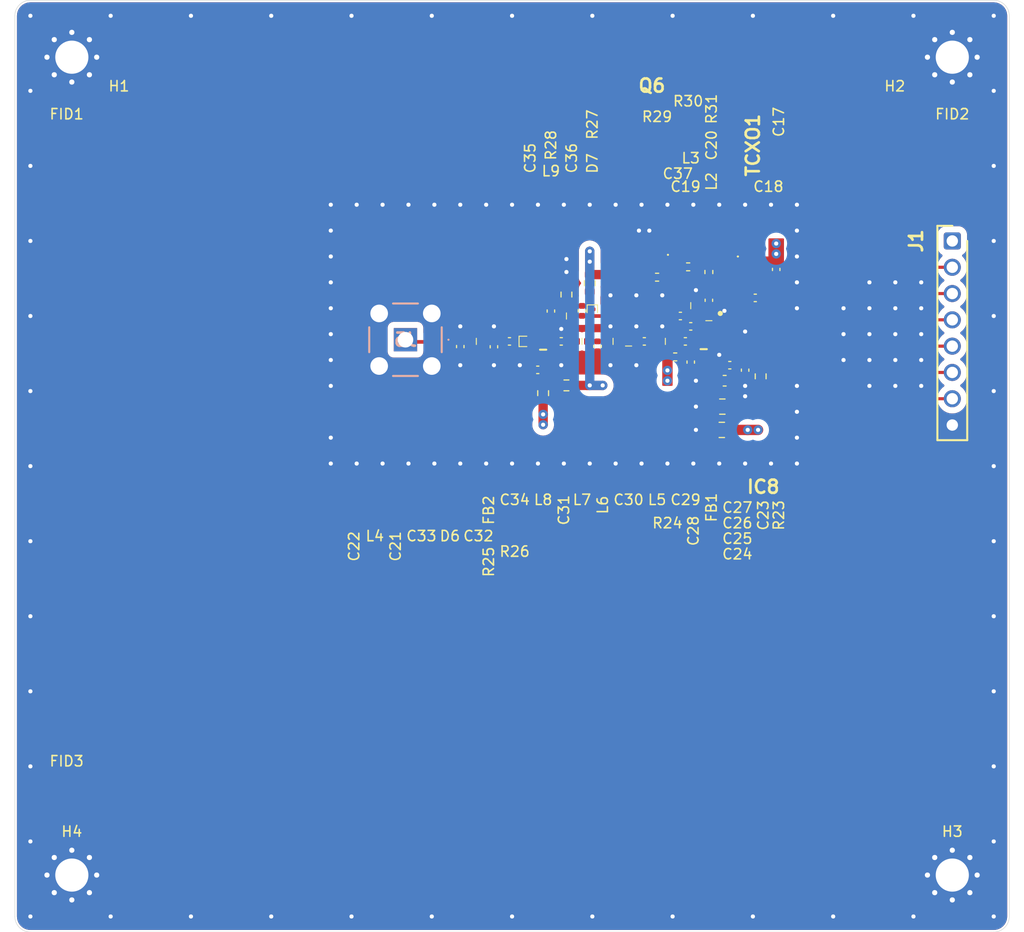
<source format=kicad_pcb>
(kicad_pcb (version 20240108) (generator "pcbnew") (generator_version "8.0")
  (layers (0 "F.Cu" signal) (1 "In1.Cu" signal) (2 "In2.Cu" signal) (31 "B.Cu" signal) (34 "B.Paste" user) (35 "F.Paste" user) (36 "B.SilkS" user "B.Silkscreen") (37 "F.SilkS" user "F.Silkscreen") (38 "B.Mask" user) (39 "F.Mask" user) (44 "Edge.Cuts" user))
  (net 0 "")
  (net 1 "/GNDX")
  (net 2 "+3V3")
  (net 3 "Net-(TCXO1-OUT)")
  (net 4 "/XIN")
  (net 5 "/Rx+")
  (net 6 "/SW_Rx")
  (net 7 "/Rx-")
  (net 8 "GND")
  (net 9 "/ANT")
  (net 10 "Net-(C22-Pad1)")
  (net 11 "/VDD2")
  (net 12 "Net-(C28-Pad2)")
  (net 13 "/Tx")
  (net 14 "Net-(C29-Pad2)")
  (net 15 "Net-(C30-Pad1)")
  (net 16 "Net-(C30-Pad2)")
  (net 17 "Net-(C31-Pad2)")
  (net 18 "Net-(C32-Pad1)")
  (net 19 "Net-(D6-K)")
  (net 20 "Net-(D6-A)")
  (net 21 "/SW_Tx")
  (net 22 "Net-(D7-K)")
  (net 23 "Net-(D7-A)")
  (net 24 "/SCLK_RF")
  (net 27 "/nSEL_RF")
  (net 30 "/SW_MOS")
  (net 31 "/SDI_RF")
  (net 32 "/nIRQ_RF")
  (net 33 "/SDO_RF")
  (net 35 "/COMMAND_DONE_RF")
  (net 36 "/SW")
  (net 37 "Net-(Q6-GATE)")
  (footprint "SamacSys_Parts:LQW15CNR20J00B" (layer "F.Cu") (at 144.75 77.45 180)
    (property "Reference" "L8")
    (property "Value" "20n" (hide yes))
  )
  (footprint "Capacitor_SMD:C_0402_1005Metric" (layer "F.Cu") (at 142.75 77.45)
    (property "Reference" "C34")
    (property "Value" "1n")
  )
  (footprint "Fiducial:Fiducial_1mm_Mask2mm" (layer "F.Cu") (at 95 120)
    (property "Reference" "FID3")
    (property "Value" "Fiducial")
  )
  (footprint "Capacitor_SMD:C_0402_1005Metric" (layer "F.Cu") (at 140.48 80.2 180)
    (property "Reference" "C32")
    (property "Value" "10n")
  )
  (footprint "Resistor_SMD:R_0402_1005Metric" (layer "F.Cu") (at 152 71.25)
    (property "Reference" "R29")
    (property "Value" "665")
  )
  (footprint "Resistor_SMD:R_0603_1608Metric" (layer "F.Cu") (at 141 82.45 90)
    (property "Reference" "R25")
    (property "Value" "330")
  )
  (footprint "Capacitor_SMD:C_0603_1608Metric" (layer "F.Cu") (at 158.525 81.25 180)
    (property "Reference" "C26")
    (property "Value" "100p")
  )
  (footprint "Fiducial:Fiducial_1mm_Mask2mm" (layer "F.Cu") (at 180.5 57.5)
    (property "Reference" "FID2")
    (property "Value" "Fiducial")
  )
  (footprint "SamacSys_Parts:LQW15CNR20J00B" (layer "F.Cu") (at 149.25 77.9 -90)
    (property "Reference" "L6")
    (property "Value" "20n" (hide yes))
  )
  (footprint "MountingHole:MountingHole_3.2mm_M3_Pad_Via" (layer "F.Cu") (at 180.5 129)
    (property "Reference" "H3")
    (property "Value" "MountingHole_Pad")
  )
  (footprint "SamacSys_Parts:BAR6302LE6327" (layer "F.Cu") (at 145.75 74.675 180)
    (property "Reference" "D7")
    (property "Value" "BAR63-02L-E6327" (hide yes))
  )
  (footprint "Capacitor_SMD:C_0402_1005Metric" (layer "F.Cu") (at 160.5 80.23 -90)
    (property "Reference" "C23")
    (property "Value" "100n")
  )
  (footprint "Capacitor_SMD:C_0402_1005Metric" (layer "F.Cu") (at 159.02 79.75 180)
    (property "Reference" "C27")
    (property "Value" "33p")
  )
  (footprint "SamacSys_Parts:LQW15CNR20J00B" (layer "F.Cu") (at 152.8 77.45 180)
    (property "Reference" "L5")
    (property "Value" "18n" (hide yes))
  )
  (footprint "SamacSys_Parts:HDRV8W64P0X254_1X8_2032X250X888P" (layer "F.Cu") (at 180.5 67.75 -90)
    (property "Reference" "J1")
    (property "Value" "PH1-08-UA" (hide yes))
  )
  (footprint "Resistor_SMD:R_0402_1005Metric" (layer "F.Cu") (at 157 70.75 -90)
    (property "Reference" "R31")
    (property "Value" "100k")
  )
  (footprint "Resistor_SMD:R_0402_1005Metric" (layer "F.Cu") (at 153.75 78.95)
    (property "Reference" "R24")
    (property "Value" "178")
  )
  (footprint "Capacitor_SMD:C_0402_1005Metric" (layer "F.Cu") (at 150.77 77.45 180)
    (property "Reference" "C30")
    (property "Value" "6p5")
  )
  (footprint "SamacSys_Parts:LQW15CNR20J00B" (layer "F.Cu") (at 147.75 77.45 180)
    (property "Reference" "L7")
    (property "Value" "20n" (hide yes))
  )
  (footprint "SamacSys_Parts:TG2520SMN30000MMCGNNM0" (layer "F.Cu") (at 161.3 70.95 -90)
    (property "Reference" "TCXO1")
    (property "Value" "TG2520SMN_30.000M-MCGNNM0" (hide yes))
  )
  (footprint "SamacSys_Parts:LQW15CNR20J00B" (layer "F.Cu") (at 134.55 77.45 180)
    (property "Reference" "L4")
    (property "Value" "18n" (hide yes))
  )
  (footprint "Resistor_SMD:R_0603_1608Metric" (layer "F.Cu") (at 143.25 72.925 -90)
    (property "Reference" "R28")
    (property "Value" "0")
  )
  (footprint "Resistor_SMD:R_0603_1608Metric" (layer "F.Cu") (at 143.25 81.7 180)
    (property "Reference" "R26")
    (property "Value" "0")
  )
  (footprint "Resistor_SMD:R_0603_1608Metric" (layer "F.Cu") (at 145.5 71.825 90)
    (property "Reference" "R27")
    (property "Value" "0")
  )
  (footprint "Capacitor_SMD:C_0402_1005Metric" (layer "F.Cu") (at 157 73.48 -90)
    (property "Reference" "C20")
    (property "Value" "4p7")
  )
  (footprint "Fiducial:Fiducial_1mm_Mask2mm" (layer "F.Cu") (at 95 57.5)
    (property "Reference" "FID1")
    (property "Value" "Fiducial")
  )
  (footprint "MountingHole:MountingHole_3.2mm_M3_Pad_Via" (layer "F.Cu") (at 95.5 129)
    (property "Reference" "H4")
    (property "Value" "MountingHole_Pad")
  )
  (footprint "SamacSys_Parts:BEADC1608X95N" (layer "F.Cu") (at 141 78.25 90)
    (property "Reference" "FB2")
    (property "Value" "MMZ1608D241CTA00" (hide yes))
  )
  (footprint "Capacitor_SMD:C_0402_1005Metric" (layer "F.Cu") (at 146.25 77.93 90)
    (property "Reference" "C31")
    (property "Value" "7p3")
  )
  (footprint "SamacSys_Parts:LQW15CNR20J00B" (layer "F.Cu") (at 143.25 75)
    (property "Reference" "L9")
    (property "Value" "18n" (hide yes))
  )
  (footprint "Capacitor_SMD:C_0805_2012Metric" (layer "F.Cu") (at 158.3 83.75 180)
    (property "Reference" "C25")
    (property "Value" "100n")
  )
  (footprint "Resistor_SMD:R_0402_1005Metric" (layer "F.Cu") (at 155 70.25 180)
    (property "Reference" "R30")
    (property "Value" "665")
  )
  (footprint "Capacitor_SMD:C_0402_1005Metric" (layer "F.Cu") (at 154.25 75)
    (property "Reference" "C37")
    (property "Value" "1n")
  )
  (footprint "Capacitor_SMD:C_0402_1005Metric" (layer "F.Cu") (at 133 77.95 -90)
    (property "Reference" "C22")
    (property "Value" "8p8")
  )
  (footprint "Capacitor_SMD:C_0402_1005Metric" (layer "F.Cu") (at 144.75 74.5 90)
    (property "Reference" "C36")
    (property "Value" "8p8")
  )
  (footprint "Capacitor_SMD:C_0402_1005Metric" (layer "F.Cu") (at 141.75 74.52 90)
    (property "Reference" "C35")
    (property "Value" "8p8")
  )
  (footprint "Resistor_SMD:R_0603_1608Metric" (layer "F.Cu") (at 162 80.825 90)
    (property "Reference" "R23")
    (property "Value" "0")
  )
  (footprint "SamacSys_Parts:BAR6302LE6327" (layer "F.Cu") (at 139.425 77.45 -90)
    (property "Reference" "D6")
    (property "Value" "BAR63-02L-E6327" (hide yes))
  )
  (footprint "Capacitor_SMD:C_0805_2012Metric" (layer "F.Cu") (at 158.25 86 180)
    (property "Reference" "C24")
    (property "Value" "2u2")
  )
  (footprint "Capacitor_SMD:C_0402_1005Metric" (layer "F.Cu") (at 137.75 77.45)
    (property "Reference" "C33")
    (property "Value" "1n")
  )
  (footprint "SamacSys_Parts:QFN50P400X400X90-21N" (layer "F.Cu") (at 160.5 76.5)
    (property "Reference" "IC8")
    (property "Value" "SI4468-A2A-IMR" (hide yes))
  )
  (footprint "Capacitor_SMD:C_0402_1005Metric" (layer "F.Cu") (at 155.25 76 180)
    (property "Reference" "C19")
    (property "Value" "2p2")
  )
  (footprint "SamacSys_Parts:LQW15CNR20J00B" (layer "F.Cu") (at 155.25 74 180)
    (property "Reference" "L3")
    (property "Value" "56n" (hide yes))
  )
  (footprint "MountingHole:MountingHole_3.2mm_M3_Pad_Via" (layer "F.Cu") (at 95.5 50)
    (property "Reference" "H1")
    (property "Value" "MountingHole_Pad")
  )
  (footprint "SamacSys_Parts:LQW15CNR20J00B" (layer "F.Cu") (at 157 75.45 90)
    (property "Reference" "L2")
    (property "Value" "62n" (hide yes))
  )
  (footprint "Capacitor_SMD:C_0402_1005Metric" (layer "F.Cu") (at 161.48 73.25 180)
    (property "Reference" "C18")
    (property "Value" "100p")
  )
  (footprint "SamacSys_Parts:BEADC1608X95N" (layer "F.Cu") (at 156.5 78.2 90)
    (property "Reference" "FB1")
    (property "Value" "MMZ1608D241CTA00" (hide yes))
  )
  (footprint "Capacitor_SMD:C_0402_1005Metric" (layer "F.Cu") (at 163.5 70.5 -90)
    (property "Reference" "C17")
    (property "Value" "10n")
  )
  (footprint "MountingHole:MountingHole_3.2mm_M3_Pad_Via" (layer "F.Cu") (at 180.5 50)
    (property "Reference" "H2")
    (property "Value" "MountingHole_Pad")
  )
  (footprint "Capacitor_SMD:C_0402_1005Metric" (layer "F.Cu") (at 136.25 77.97 -90)
    (property "Reference" "C21")
    (property "Value" "8p8")
  )
  (footprint "Capacitor_SMD:C_0402_1005Metric" (layer "F.Cu") (at 154.73 77.45 180)
    (property "Reference" "C29")
    (property "Value" "7p5")
  )
  (footprint "Capacitor_SMD:C_0402_1005Metric" (layer "F.Cu") (at 155.25 79.45 90)
    (property "Reference" "C28")
    (property "Value" "10n")
  )
  (footprint "SamacSys_Parts:DMN1008UFDF7" (layer "F.Cu") (at 151.4 68.438 90)
    (property "Reference" "Q6")
    (property "Value" "DMN1008UFDF-7" (hide yes))
  )
  (footprint "SamacSys_Parts:RFPCSMA28F" (layer "B.Cu") (at 127.71 77.29 180)
    (property "Reference" "J5")
    (property "Value" "RFPC-SMA28-F" (hide yes))
  )
  (gr_arc (start 139.136374 77.5) (mid 139.85299 75.702114) (end 141.609867 74.890133) (stroke (width 0.349)) (layer "F.Cu") (net 19))
  (gr_line (start 186 46) (end 186 133) (stroke (width 0.05)) (layer "Edge.Cuts"))
  (gr_arc (start 91.5 134.5) (mid 90.43934 134.06066) (end 90 133) (stroke (width 0.05)) (layer "Edge.Cuts"))
  (gr_arc (start 184.5 44.5) (mid 185.56066 44.93934) (end 186 46) (stroke (width 0.05)) (layer "Edge.Cuts"))
  (gr_line (start 90 133) (end 90 46) (stroke (width 0.05)) (layer "Edge.Cuts"))
  (gr_arc (start 186 133) (mid 185.56066 134.06066) (end 184.5 134.5) (stroke (width 0.05)) (layer "Edge.Cuts"))
  (gr_line (start 91.5 44.5) (end 184.5 44.5) (stroke (width 0.05)) (layer "Edge.Cuts"))
  (gr_arc (start 90 46) (mid 90.43934 44.93934) (end 91.5 44.5) (stroke (width 0.05)) (layer "Edge.Cuts"))
  (gr_line (start 184.5 134.5) (end 91.5 134.5) (stroke (width 0.05)) (layer "Edge.Cuts"))
  (segment (start 160.5 74.5) (end 160.5 73.756846) (width 0.3) (layer "F.Cu") (net 1))
  (segment (start 160.5 73.756846) (end 160.37 73.626846) (width 0.3) (layer "F.Cu") (net 1))
  (segment (start 160.6 72) (end 160.6 71.4) (width 0.3) (layer "F.Cu") (net 1))
  (segment (start 160.37 72.23) (end 160.6 72) (width 0.3) (layer "F.Cu") (net 1))
  (segment (start 161.02 70.98) (end 163.5 70.98) (width 0.3) (layer "F.Cu") (net 1))
  (segment (start 160.37 73.626846) (end 160.37 72.23) (width 0.3) (layer "F.Cu") (net 1))
  (segment (start 160.6 71.4) (end 161.02 70.98) (width 0.3) (layer "F.Cu") (net 1))
  (segment (start 159.2 86) (end 160.75 86) (width 1) (layer "F.Cu") (net 2))
  (segment (start 159.5 79.75) (end 159.5 81.05) (width 0.5) (layer "F.Cu") (net 2))
  (segment (start 160.75 86) (end 161.75 86) (width 1) (layer "F.Cu") (net 2))
  (segment (start 159.5 79.75) (end 159.5 78.5) (width 0.3) (layer "F.Cu") (net 2))
  (segment (start 161.25 83.75) (end 162 83) (width 0.7) (layer "F.Cu") (net 2))
  (segment (start 159.5 81.05) (end 159.3 81.25) (width 0.5) (layer "F.Cu") (net 2))
  (segment (start 159.25 85.95) (end 159.2 86) (width 1) (layer "F.Cu") (net 2))
  (segment (start 162 83) (end 162 81.9) (width 0.7) (layer "F.Cu") (net 2))
  (segment (start 159.3 83.7) (end 159.25 83.75) (width 0.8) (layer "F.Cu") (net 2))
  (segment (start 141 84.5) (end 141 85.5) (width 0.9) (layer "F.Cu") (net 2))
  (segment (start 159.25 83.75) (end 161.25 83.75) (width 0.7) (layer "F.Cu") (net 2))
  (segment (start 159.3 81.25) (end 159.3 83.7) (width 0.8) (layer "F.Cu") (net 2))
  (segment (start 159.25 83.75) (end 159.25 85.95) (width 1) (layer "F.Cu") (net 2))
  (segment (start 141 83.275) (end 141 84.5) (width 0.9) (layer "F.Cu") (net 2))
  (via (at 161.75 86) (size 0.9) (drill 0.4) (layers "F.Cu" "B.Cu") (net 2))
  (via (at 153 80.25) (size 0.9) (drill 0.4) (layers "F.Cu" "B.Cu") (net 2))
  (via (at 141 84.5) (size 0.9) (drill 0.4) (layers "F.Cu" "B.Cu") (net 2))
  (via (at 163.5 68) (size 0.9) (drill 0.4) (layers "F.Cu" "B.Cu") (net 2))
  (via (at 163.5 69) (size 0.9) (drill 0.4) (layers "F.Cu" "B.Cu") (net 2))
  (via (at 153 81.25) (size 0.9) (drill 0.4) (layers "F.Cu" "B.Cu") (net 2))
  (via (at 141 85.5) (size 0.9) (drill 0.4) (layers "F.Cu" "B.Cu") (net 2))
  (via (at 160.75 86) (size 0.9) (drill 0.4) (layers "F.Cu" "B.Cu") (net 2))
  (segment (start 161.96 73.25) (end 161.96 72.04) (width 0.3493) (layer "F.Cu") (net 3))
  (segment (start 161.96 72.04) (end 162 72) (width 0.3493) (layer "F.Cu") (net 3))
  (segment (start 161 74.5) (end 161 73.25) (width 0.3) (layer "F.Cu") (net 4))
  (segment (start 157.72535 75.25) (end 157.72535 75.5) (width 0.3493) (layer "F.Cu") (net 5))
  (segment (start 157.68 75.93) (end 157.75 76) (width 0.3) (layer "F.Cu") (net 5))
  (segment (start 157 73.96) (end 157 75) (width 0.3493) (layer "F.Cu") (net 5))
  (segment (start 156.96 74) (end 157 73.96) (width 0.3493) (layer "F.Cu") (net 5))
  (segment (start 157.68 75.29535) (end 157.68 75.93) (width 0.3) (layer "F.Cu") (net 5))
  (segment (start 157.72535 75.25) (end 157.47535 75) (width 0.3493) (layer "F.Cu") (net 5))
  (segment (start 157.75 76) (end 158.5 76) (width 0.3) (layer "F.Cu") (net 5))
  (segment (start 157.72535 75.25) (end 157.68 75.29535) (width 0.3) (layer "F.Cu") (net 5))
  (segment (start 155.7 74) (end 156.96 74) (width 0.3493) (layer "F.Cu") (net 5))
  (segment (start 157.47535 75) (end 157 75) (width 0.3493) (layer "F.Cu") (net 5))
  (segment (start 154.8 75.97) (end 154.77 76) (width 0.3493) (layer "F.Cu") (net 6))
  (segment (start 154.8 74) (end 154.8 75.97) (width 0.3493) (layer "F.Cu") (net 6))
  (segment (start 155.73 76) (end 156.9 76) (width 0.3493) (layer "F.Cu") (net 7))
  (segment (start 157 76.25) (end 157.25 76.5) (width 0.3493) (layer "F.Cu") (net 7))
  (segment (start 158.5 76.5) (end 157.72535 76.5) (width 0.3) (layer "F.Cu") (net 7))
  (segment (start 157.25 76.5) (end 157.72535 76.5) (width 0.3493) (layer "F.Cu") (net 7))
  (segment (start 157 75.9) (end 157 76.25) (width 0.3493) (layer "F.Cu") (net 7))
  (segment (start 156.9 76) (end 157 75.9) (width 0.3493) (layer "F.Cu") (net 7))
  (segment (start 143.25 70.75) (end 143.25 69.5) (width 0.9) (layer "F.Cu") (net 8))
  (segment (start 158.5 75.5) (end 159.5 75.5) (width 0.3) (layer "F.Cu") (net 8))
  (segment (start 159.5 75.5) (end 160.5 76.5) (width 0.3) (layer "F.Cu") (net 8))
  (segment (start 160.5 80.71) (end 160.5 81.75) (width 0.7) (layer "F.Cu") (net 8))
  (segment (start 143.25 72.1) (end 143.25 70.75) (width 0.9) (layer "F.Cu") (net 8))
  (segment (start 160.5 81.75) (end 160.5 82.75) (width 0.7) (layer "F.Cu") (net 8))
  (via (at 177.5 79.25) (size 0.9) (drill 0.4) (layers "F.Cu" "B.Cu") (net 8))
  (via (at 143 64.25) (size 0.9) (drill 0.4) (layers "F.Cu" "B.Cu") (net 8))
  (via (at 184.5 96.75) (size 0.9) (drill 0.4) (layers "F.Cu" "B.Cu") (net 8))
  (via (at 148 89.25) (size 0.9) (drill 0.4) (layers "F.Cu" "B.Cu") (net 8))
  (via (at 175 79.25) (size 0.9) (drill 0.4) (layers "F.Cu" "B.Cu") (net 8))
  (via (at 147.5 76) (size 0.9) (drill 0.4) (layers "F.Cu" "B.Cu") (net 8))
  (via (at 135.5 89.25) (size 0.9) (drill 0.4) (layers "F.Cu" "B.Cu") (net 8))
  (via (at 138 64.25) (size 0.9) (drill 0.4) (layers "F.Cu" "B.Cu") (net 8))
  (via (at 163 89.25) (size 0.9) (drill 0.4) (layers "F.Cu" "B.Cu") (net 8))
  (via (at 160.5 76.5) (size 0.9) (drill 0.4) (layers "F.Cu" "B.Cu") (net 8))
  (via (at 151.25 66.75) (size 0.9) (drill 0.4) (layers "F.Cu" "B.Cu") (net 8))
  (via (at 165.5 86.75) (size 0.9) (drill 0.4) (layers "F.Cu" "B.Cu") (net 8))
  (via (at 120.5 64.25) (size 0.9) (drill 0.4) (layers "F.Cu" "B.Cu") (net 8))
  (via (at 184.5 82.25) (size 0.9) (drill 0.4) (layers "F.Cu" "B.Cu") (net 8))
  (via (at 91.5 53.25) (size 0.9) (drill 0.4) (layers "F.Cu" "B.Cu") (net 8))
  (via (at 184.5 133) (size 0.9) (drill 0.4) (layers "F.Cu" "B.Cu") (net 8))
  (via (at 158 89.25) (size 0.9) (drill 0.4) (layers "F.Cu" "B.Cu") (net 8))
  (via (at 165.5 89.25) (size 0.9) (drill 0.4) (layers "F.Cu" "B.Cu") (net 8))
  (via (at 177.5 74.25) (size 0.9) (drill 0.4) (layers "F.Cu" "B.Cu") (net 8))
  (via (at 172.5 81.75) (size 0.9) (drill 0.4) (layers "F.Cu" "B.Cu") (net 8))
  (via (at 120.5 81.75) (size 0.9) (drill 0.4) (layers "F.Cu" "B.Cu") (net 8))
  (via (at 136.25 79.75) (size 0.9) (drill 0.4) (layers "F.Cu" "B.Cu") (net 8))
  (via (at 123 89.25) (size 0.9) (drill 0.4) (layers "F.Cu" "B.Cu") (net 8))
  (via (at 177.5 76.75) (size 0.9) (drill 0.4) (layers "F.Cu" "B.Cu") (net 8))
  (via (at 175 76.75) (size 0.9) (drill 0.4) (layers "F.Cu" "B.Cu") (net 8))
  (via (at 128 89.25) (size 0.9) (drill 0.4) (layers "F.Cu" "B.Cu") (net 8))
  (via (at 148 64.25) (size 0.9) (drill 0.4) (layers "F.Cu" "B.Cu") (net 8))
  (via (at 150 76) (size 0.9) (drill 0.4) (layers "F.Cu" "B.Cu") (net 8))
  (via (at 153.5 46) (size 0.9) (drill 0.4) (layers "F.Cu" "B.Cu") (net 8))
  (via (at 184.5 125.75) (size 0.9) (drill 0.4) (layers "F.Cu" "B.Cu") (net 8))
  (via (at 177.5 71.75) (size 0.9) (drill 0.4) (layers "F.Cu" "B.Cu") (net 8))
  (via (at 91.5 104) (size 0.9) (drill 0.4) (layers "F.Cu" "B.Cu") (net 8))
  (via (at 165.5 66.75) (size 0.9) (drill 0.4) (layers "F.Cu" "B.Cu") (net 8))
  (via (at 155.75 83.75) (size 0.9) (drill 0.4) (layers "F.Cu" "B.Cu") (net 8))
  (via (at 158 78.75) (size 0.9) (drill 0.4) (layers "F.Cu" "B.Cu") (net 8))
  (via (at 158 64.25) (size 0.9) (drill 0.4) (layers "F.Cu" "B.Cu") (net 8))
  (via (at 184.5 111.25) (size 0.9) (drill 0.4) (layers "F.Cu" "B.Cu") (net 8))
  (via (at 158.5 74.5) (size 0.9) (drill 0.4) (layers "F.Cu" "B.Cu") (net 8))
  (via (at 152.5 73) (size 0.9) (drill 0.4) (layers "F.Cu" "B.Cu") (net 8))
  (via (at 138 133) (size 0.9) (drill 0.4) (layers "F.Cu" "B.Cu") (net 8))
  (via (at 150.5 89.25) (size 0.9) (drill 0.4) (layers "F.Cu" "B.Cu") (net 8))
  (via (at 163 64.25) (size 0.9) (drill 0.4) (layers "F.Cu" "B.Cu") (net 8))
  (via (at 130.25 46) (size 0.9) (drill 0.4) (layers "F.Cu" "B.Cu") (net 8))
  (via (at 184.5 46) (size 0.9) (drill 0.4) (layers "F.Cu" "B.Cu") (net 8))
  (via (at 91.5 82.25) (size 0.9) (drill 0.4) (layers "F.Cu" "B.Cu") (net 8))
  (via (at 175 71.75) (size 0.9) (drill 0.4) (layers "F.Cu" "B.Cu") (net 8))
  (via (at 153 89.25) (size 0.9) (drill 0.4) (layers "F.Cu" "B.Cu") (net 8))
  (via (at 107 133) (size 0.9) (drill 0.4) (layers "F.Cu" "B.Cu") (net 8))
  (via (at 91.5 89.5) (size 0.9) (drill 0.4) (layers "F.Cu" "B.Cu") (net 8))
  (via (at 175 81.75) (size 0.9) (drill 0.4) (layers "F.Cu" "B.Cu") (net 8))
  (via (at 114.75 133) (size 0.9) (drill 0.4) (layers "F.Cu" "B.Cu") (net 8))
  (via (at 150.25 66.75) (size 0.9) (drill 0.4) (layers "F.Cu" "B.Cu") (net 8))
  (via (at 184.5 53.25) (size 0.9) (drill 0.4) (layers "F.Cu" "B.Cu") (net 8))
  (via (at 155.75 86) (size 0.9) (drill 0.4) (layers "F.Cu" "B.Cu") (net 8))
  (via (at 150 79.75) (size 0.9) (drill 0.4) (layers "F.Cu" "B.Cu") (net 8))
  (via (at 165.5 74.25) (size 0.9) (drill 0.4) (layers "F.Cu" "B.Cu") (net 8))
  (via (at 130.5 89.25) (size 0.9) (drill 0.4) (layers "F.Cu" "B.Cu") (net 8))
  (via (at 165.5 84.25) (size 0.9) (drill 0.4) (layers "F.Cu" "B.Cu") (net 8))
  (via (at 114.75 46) (size 0.9) (drill 0.4) (layers "F.Cu" "B.Cu") (net 8))
  (via (at 136.25 76) (size 0.9) (drill 0.4) (layers "F.Cu" "B.Cu") (net 8))
  (via (at 145.75 133) (size 0.9) (drill 0.4) (layers "F.Cu" "B.Cu") (net 8))
  (via (at 184.5 104) (size 0.9) (drill 0.4) (layers "F.Cu" "B.Cu") (net 8))
  (via (at 169 133) (size 0.9) (drill 0.4) (layers "F.Cu" "B.Cu") (net 8))
  (via (at 120.5 89.25) (size 0.9) (drill 0.4) (layers "F.Cu" "B.Cu") (net 8))
  (via (at 150.5 64.25) (size 0.9) (drill 0.4) (layers "F.Cu" "B.Cu") (net 8))
  (via (at 160.5 64.25) (size 0.9) (drill 0.4) (layers "F.Cu" "B.Cu") (net 8))
  (via (at 145.75 46) (size 0.9) (drill 0.4) (layers "F.Cu" "B.Cu") (net 8))
  (via (at 128 64.25) (size 0.9) (drill 0.4) (layers "F.Cu" "B.Cu") (net 8))
  (via (at 177.5 81.75) (size 0.9) (drill 0.4) (layers "F.Cu" "B.Cu") (net 8))
  (via (at 140.5 64.25) (size 0.9) (drill 0.4) (layers "F.Cu" "B.Cu") (net 8))
  (via (at 138 46) (size 0.9) (drill 0.4) (layers "F.Cu" "B.Cu") (net 8))
  (via (at 142.75 76.25) (size 0.9) (drill 0.4) (layers "F.Cu" "B.Cu") (net 8))
  (via (at 120.5 76.75) (size 0.9) (drill 0.4) (layers "F.Cu" "B.Cu") (net 8))
  (via (at 91.5 60.5) (size 0.9) (drill 0.4) (layers "F.Cu" "B.Cu") (net 8))
  (via (at 91.5 118.5) (size 0.9) (drill 0.4) (layers "F.Cu" "B.Cu") (net 8))
  (via (at 143.25 70.75) (size 0.9) (drill 0.4) (layers "F.Cu" "B.Cu") (net 8))
  (via (at 176.75 133) (size 0.9) (drill 0.4) (layers "F.Cu" "B.Cu") (net 8))
  (via (at 120.5 71.75) (size 0.9) (drill 0.4) (layers "F.Cu" "B.Cu") (net 8))
  (via (at 122.5 46) (size 0.9) (drill 0.4) (layers "F.Cu" "B.Cu") (net 8))
  (via (at 91.5 111.25) (size 0.9) (drill 0.4) (layers "F.Cu" "B.Cu") (net 8))
  (via (at 155.5 64.25) (size 0.9) (drill 0.4) (layers "F.Cu" "B.Cu") (net 8))
  (via (at 184.5 67.75) (size 0.9) (drill 0.4) (layers "F.Cu" "B.Cu") (net 8))
  (via (at 107 46) (size 0.9) (drill 0.4) (layers "F.Cu" "B.Cu") (net 8))
  (via (at 91.5 133) (size 0.9) (drill 0.4) (layers "F.Cu" "B.Cu") (net 8))
  (via (at 176.75 46) (size 0.9) (drill 0.4) (layers "F.Cu" "B.Cu") (net 8))
  (via (at 172.5 71.75) (size 0.9) (drill 0.4) (layers "F.Cu" "B.Cu") (net 8))
  (via (at 172.5 74.25) (size 0.9) (drill 0.4) (layers "F.Cu" "B.Cu") (net 8))
  (via (at 153.5 133) (size 0.9) (drill 0.4) (layers "F.Cu" "B.Cu") (net 8))
  (via (at 133 79.75) (size 0.9) (drill 0.4) (layers "F.Cu" "B.Cu") (net 8))
  (via (at 160.5 89.25) (size 0.9) (drill 0.4) (layers "F.Cu" "B.Cu") (net 8))
  (via (at 130.5 64.25) (size 0.9) (drill 0.4) (layers "F.Cu" "B.Cu") (net 8))
  (via (at 155.75 72.5) (size 0.9) (drill 0.4) (layers "F.Cu" "B.Cu") (net 8))
  (via (at 161.25 46) (size 0.9) (drill 0.4) (layers "F.Cu" "B.Cu") (net 8))
  (via (at 165.5 69.25) (size 0.9) (drill 0.4) (layers "F.Cu" "B.Cu") (net 8))
  (via (at 165.5 81.75) (size 0.9) (drill 0.4) (layers "F.Cu" "B.Cu") (net 8))
  (via (at 120.5 74.25) (size 0.9) (drill 0.4) (layers "F.Cu" "B.Cu") (net 8))
  (via (at 175 74.25) (size 0.9) (drill 0.4) (layers "F.Cu" "B.Cu") (net 8))
  (via (at 138 89.25) (size 0.9) (drill 0.4) (layers "F.Cu" "B.Cu") (net 8))
  (via (at 172.5 76.75) (size 0.9) (drill 0.4) (layers "F.Cu" "B.Cu") (net 8))
  (via (at 170 79.25) (size 0.9) (drill 0.4) (layers "F.Cu" "B.Cu") (net 8))
  (via (at 160.5 81.75) (size 0.9) (drill 0.4) (layers "F.Cu" "B.Cu") (net 8))
  (via (at 91.5 75) (size 0.9) (drill 0.4) (layers "F.Cu" "B.Cu") (net 8))
  (via (at 160.5 82.75) (size 0.9) (drill 0.4) (layers "F.Cu" "B.Cu") (net 8))
  (via (at 143.25 69.5) (size 0.9) (drill 0.4) (layers "F.Cu" "B.Cu") (net 8))
  (via (at 172.5 79.25) (size 0.9) (drill 0.4) (layers "F.Cu" "B.Cu") (net 8))
  (via (at 99.25 46) (size 0.9) (drill 0.4) (layers "F.Cu" "B.Cu") (net 8))
  (via (at 135.5 64.25) (size 0.9) (drill 0.4) (layers "F.Cu" "B.Cu") (net 8))
  (via (at 165.5 71.75) (size 0.9) (drill 0.4) (layers "F.Cu" "B.Cu") (net 8))
  (via (at 138.75 79.75) (size 0.9) (drill 0.4) (layers "F.Cu" "B.Cu") (net 8))
  (via (at 133 76) (size 0.9) (drill 0.4) (layers "F.Cu" "B.Cu") (net 8))
  (via (at 133 89.25) (size 0.9) (drill 0.4) (layers "F.Cu" "B.Cu") (net 8))
  (via (at 140.5 89.25) (size 0.9) (drill 0.4) (layers "F.Cu" "B.Cu") (net 8))
  (via (at 125.5 64.25) (size 0.9) (drill 0.4) (layers "F.Cu" "B.Cu") (net 8))
  (via (at 145.5 89.25) (size 0.9) (drill 0.4) (layers "F.Cu" "B.Cu") (net 8))
  (via (at 147.5 73) (size 0.9) (drill 0.4) (layers "F.Cu" "B.Cu") (net 8))
  (via (at 165.5 64.25) (size 0.9) (drill 0.4) (layers "F.Cu" "B.Cu") (net 8))
  (via (at 153 64.25) (size 0.9) (drill 0.4) (layers "F.Cu" "B.Cu") (net 8))
  (via (at 91.5 46) (size 0.9) (drill 0.4) (layers "F.Cu" "B.Cu") (net 8))
  (via (at 120.5 79.25) (size 0.9) (drill 0.4) (layers "F.Cu" "B.Cu") (net 8))
  (via (at 122.5 133) (size 0.9) (drill 0.4) (layers "F.Cu" "B.Cu") (net 8))
  (via (at 147.5 79.75) (size 0.9) (drill 0.4) (layers "F.Cu" "B.Cu") (net 8))
  (via (at 91.5 125.75) (size 0.9) (drill 0.4) (layers "F.Cu" "B.Cu") (net 8))
  (via (at 150 73) (size 0.9) (drill 0.4) (layers "F.Cu" "B.Cu") (net 8))
  (via (at 184.5 60.5) (size 0.9) (drill 0.4) (layers "F.Cu" "B.Cu") (net 8))
  (via (at 120.5 66.75) (size 0.9) (drill 0.4) (layers "F.Cu" "B.Cu") (net 8))
  (via (at 169 46) (size 0.9) (drill 0.4) (layers "F.Cu" "B.Cu") (net 8))
  (via (at 170 74.25) (size 0.9) (drill 0.4) (layers "F.Cu" "B.Cu") (net 8))
  (via (at 152.5 76) (size 0.9) (drill 0.4) (layers "F.Cu" "B.Cu") (net 8))
  (via (at 155.75 81.25) (size 0.9) (drill 0.4) (layers "F.Cu" "B.Cu") (net 8))
  (via (at 120.5 69.25) (size 0.9) (drill 0.4) (layers "F.Cu" "B.Cu") (net 8))
  (via (at 184.5 118.5) (size 0.9) (drill 0.4) (layers "F.Cu" "B.Cu") (net 8))
  (via (at 91.5 96.75) (size 0.9) (drill 0.4) (layers "F.Cu" "B.Cu") (net 8))
  (via (at 99.25 133) (size 0.9) (drill 0.4) (layers "F.Cu" "B.Cu") (net 8))
  (via (at 133 64.25) (size 0.9) (drill 0.4) (layers "F.Cu" "B.Cu") (net 8))
  (via (at 184.5 75) (size 0.9) (drill 0.4) (layers "F.Cu" "B.Cu") (net 8))
  (via (at 145.5 64.25) (size 0.9) (drill 0.4) (layers "F.Cu" "B.Cu") (net 8))
  (via (at 143 89.25) (size 0.9) (drill 0.4) (layers "F.Cu" "B.Cu") (net 8))
  (via (at 142.75 79.75) (size 0.9) (drill 0.4) (layers "F.Cu" "B.Cu") (net 8))
  (via (at 184.5 89.5) (size 0.9) (drill 0.4) (layers "F.Cu" "B.Cu") (net 8))
  (via (at 125.5 89.25) (size 0.9) (drill 0.4) (layers "F.Cu" "B.Cu") (net 8))
  (via (at 170 76.75) (size 0.9) (drill 0.4) (layers "F.Cu" "B.Cu") (net 8))
  (via (at 161.25 133) (size 0.9) (drill 0.4) (layers "F.Cu" "B.Cu") (net 8))
  (via (at 155.5 89.25) (size 0.9) (drill 0.4) (layers "F.Cu" "B.Cu") (net 8))
  (via (at 120.5 86.75) (size 0.9) (drill 0.4) (layers "F.Cu" "B.Cu") (net 8))
  (via (at 130.25 133) (size 0.9) (drill 0.4) (layers "F.Cu" "B.Cu") (net 8))
  (via (at 123 64.25) (size 0.9) (drill 0.4) (layers "F.Cu" "B.Cu") (net 8))
  (via (at 91.5 67.75) (size 0.9) (drill 0.4) (layers "F.Cu" "B.Cu") (net 8))
  (segment (start 137.27 77.45) (end 135 77.45) (width 0.3493) (layer "F.Cu") (net 9))
  (segment (start 132.97 77.5) (end 127.92 77.5) (width 0.3493) (layer "F.Cu") (net 10))
  (segment (start 127.92 77.5) (end 127.71 77.29) (width 0.3493) (layer "F.Cu") (net 10))
  (segment (start 134.1 77.45) (end 133.02 77.45) (width 0.3493) (layer "F.Cu") (net 10))
  (segment (start 133.02 77.45) (end 133 77.47) (width 0.3493) (layer "F.Cu") (net 10))
  (segment (start 133 77.47) (end 132.97 77.5) (width 0.3493) (layer "F.Cu") (net 10))
  (segment (start 132.93 77.54) (end 133 77.47) (width 0.3493) (layer "F.Cu") (net 10))
  (segment (start 160.5 78.5) (end 160.5 79.75) (width 0.3) (layer "F.Cu") (net 11))
  (segment (start 156.5 79) (end 154.31 79) (width 0.3493) (layer "F.Cu") (net 12))
  (segment (start 154.31 79) (end 154.26 78.95) (width 0.3493) (layer "F.Cu") (net 12))
  (segment (start 158.5 77) (end 157.75 77) (width 0.3) (layer "F.Cu") (net 13))
  (segment (start 156.5 77.4) (end 155.26 77.4) (width 0.3493) (layer "F.Cu") (net 13))
  (segment (start 155.26 77.4) (end 155.21 77.45) (width 0.3493) (layer "F.Cu") (net 13))
  (segment (start 157.75 77) (end 157.5 77.25) (width 0.3) (layer "F.Cu") (net 13))
  (segment (start 156.5 77.4) (end 157.35 77.4) (width 0.3493) (layer "F.Cu") (net 13))
  (segment (start 157.35 77.4) (end 157.5 77.25) (width 0.3493) (layer "F.Cu") (net 13))
  (segment (start 154.25 77.45) (end 153.25 77.45) (width 0.3493) (layer "F.Cu") (net 14))
  (segment (start 152.35 77.45) (end 151.25 77.45) (width 0.3493) (layer "F.Cu") (net 15))
  (segment (start 150.29 77.45) (end 148.2 77.45) (width 0.3493) (layer "F.Cu") (net 16))
  (segment (start 147.3 77.45) (end 145.2 77.45) (width 0.3493) (layer "F.Cu") (net 17))
  (segment (start 142.35 81.625) (end 142.425 81.7) (width 0.3493) (layer "F.Cu") (net 18))
  (segment (start 140.96 80.2) (end 140.96 81.585) (width 0.3493) (layer "F.Cu") (net 18))
  (segment (start 141 80.16) (end 140.96 80.2) (width 0.3493) (layer "F.Cu") (net 18))
  (segment (start 141 81.625) (end 142.35 81.625) (width 0.3493) (layer "F.Cu") (net 18))
  (segment (start 141 79) (end 141 80.16) (width 0.3493) (layer "F.Cu") (net 18))
  (segment (start 140.96 81.585) (end 141 81.625) (width 0.3493) (layer "F.Cu") (net 18))
  (segment (start 139.1 77.45) (end 138.23 77.45) (width 0.3493) (layer "F.Cu") (net 19))
  (segment (start 142.8 75) (end 141.75 75) (width 0.3493) (layer "F.Cu") (net 19))
  (segment (start 142.27 77.45) (end 139.75 77.45) (width 0.3493) (layer "F.Cu") (net 20))
  (segment (start 144.3 77.45) (end 143.23 77.45) (width 0.3493) (layer "F.Cu") (net 21))
  (segment (start 145.75 74.25) (end 145.75 72.9) (width 0.3493) (layer "F.Cu") (net 22))
  (segment (start 144.73 74.04) (end 144.75 74.02) (width 0.3493) (layer "F.Cu") (net 22))
  (segment (start 144.75 74.02) (end 145.73 74.02) (width 0.3493) (layer "F.Cu") (net 22))
  (segment (start 145.75 72.9) (end 145.5 72.65) (width 0.3493) (layer "F.Cu") (net 22))
  (segment (start 145.75 74.35) (end 145.75 74.25) (width 0.3493) (layer "F.Cu") (net 22))
  (segment (start 141.75 74.04) (end 141.75 74) (width 0.3493) (layer "F.Cu") (net 22))
  (segment (start 145.75 74.25) (end 145.75 74) (width 0.3493) (layer "F.Cu") (net 22))
  (segment (start 145.73 74.02) (end 145.75 74) (width 0.3493) (layer "F.Cu") (net 22))
  (segment (start 141.75 74.04) (end 144.73 74.04) (width 0.3493) (layer "F.Cu") (net 22))
  (segment (start 143.72 74.98) (end 143.7 75) (width 0.3493) (layer "F.Cu") (net 23))
  (segment (start 145.75 75) (end 153.77 75) (width 0.3493) (layer "F.Cu") (net 23))
  (segment (start 144.75 74.98) (end 143.72 74.98) (width 0.3493) (layer "F.Cu") (net 23))
  (segment (start 144.75 74.98) (end 145.73 74.98) (width 0.3493) (layer "F.Cu") (net 23))
  (segment (start 145.73 74.98) (end 145.75 75) (width 0.3493) (layer "F.Cu") (net 23))
  (segment (start 167.91 77.91) (end 180.5 77.91) (width 0.3) (layer "F.Cu") (net 24))
  (segment (start 167 77) (end 167.91 77.91) (width 0.3) (layer "F.Cu") (net 24))
  (segment (start 162.5 77) (end 167 77) (width 0.3) (layer "F.Cu") (net 24))
  (segment (start 171.21 70.29) (end 180.5 70.29) (width 0.3) (layer "F.Cu") (net 27))
  (segment (start 166 75.5) (end 171.21 70.29) (width 0.3) (layer "F.Cu") (net 27))
  (segment (start 162.5 75.5) (end 166 75.5) (width 0.3) (layer "F.Cu") (net 27))
  (segment (start 159.5 74.5) (end 159.5 74) (width 0.3) (layer "F.Cu") (net 30))
  (segment (start 158 72.5) (end 158 70.5) (width 0.3) (layer "F.Cu") (net 30))
  (segment (start 159.5 74) (end 158 72.5) (width 0.3) (layer "F.Cu") (net 30))
  (segment (start 155.51 70.99) (end 155.25 71.25) (width 0.5) (layer "F.Cu") (net 30))
  (segment (start 155.25 71.25) (end 152.51 71.25) (width 0.5) (layer "F.Cu") (net 30))
  (segment (start 158 70.5) (end 157.75 70.25) (width 0.3) (layer "F.Cu") (net 30))
  (segment (start 157.75 70.25) (end 155.51 70.25) (width 0.3) (layer "F.Cu") (net 30))
  (segment (start 155.51 70.25) (end 155.51 70.99) (width 0.5) (layer "F.Cu") (net 30))
  (segment (start 162.5 76) (end 166.46875 76) (width 0.3) (layer "F.Cu") (net 31))
  (segment (start 169.63875 72.83) (end 180.5 72.83) (width 0.3) (layer "F.Cu") (net 31))
  (segment (start 166.46875 76) (end 169.63875 72.83) (width 0.3) (layer "F.Cu") (net 31))
  (segment (start 180.5 80.45) (end 169.45 80.45) (width 0.3) (layer "F.Cu") (net 32))
  (segment (start 166.5 77.5) (end 162.5 77.5) (width 0.3) (layer "F.Cu") (net 32))
  (segment (start 169.45 80.45) (end 166.5 77.5) (width 0.3) (layer "F.Cu") (net 32))
  (segment (start 167 76.5) (end 168.13 75.37) (width 0.3) (layer "F.Cu") (net 33))
  (segment (start 168.13 75.37) (end 180.5 75.37) (width 0.3) (layer "F.Cu") (net 33))
  (segment (start 162.5 76.5) (end 167 76.5) (width 0.3) (layer "F.Cu") (net 33))
  (segment (start 170.49 82.99) (end 180.5 82.99) (width 0.3) (layer "F.Cu") (net 35))
  (segment (start 166 78.5) (end 170.49 82.99) (width 0.3) (layer "F.Cu") (net 35))
  (segment (start 161.5 78.5) (end 166 78.5) (width 0.3) (layer "F.Cu") (net 35))
  (segment (start 151.49 68.853) (end 151.4 68.763) (width 0.3) (layer "F.Cu") (net 36))
  (segment (start 145.25 81.7) (end 146.75 81.7) (width 0.9) (layer "F.Cu") (net 36))
  (segment (start 144.075 81.7) (end 145.25 81.7) (width 0.9) (layer "F.Cu") (net 36))
  (segment (start 145.5 69.75) (end 145.5 71) (width 0.9) (layer "F.Cu") (net 36))
  (segment (start 151.49 71.25) (end 151.49 68.853) (width 0.3) (layer "F.Cu") (net 36))
  (segment (start 145.5 71) (end 151.09 71) (width 0.9) (layer "F.Cu") (net 36))
  (segment (start 145.5 69.75) (end 145.5 68.75) (width 0.9) (layer "F.Cu") (net 36))
  (segment (start 151.165 70.925) (end 151.49 71.25) (width 0.3) (layer "F.Cu") (net 36))
  (via (at 145.5 68.75) (size 0.9) (drill 0.4) (layers "F.Cu" "B.Cu") (net 36))
  (via (at 146.75 81.7) (size 0.9) (drill 0.4) (layers "F.Cu" "B.Cu") (net 36))
  (via (at 145.5 81.7) (size 0.9) (drill 0.4) (layers "F.Cu" "B.Cu") (net 36))
  (via (at 145.5 69.75) (size 0.9) (drill 0.4) (layers "F.Cu" "B.Cu") (net 36))
  (segment (start 145.5 81.7) (end 146.75 81.7) (width 0.9) (layer "B.Cu") (net 36))
  (segment (start 145.5 68.75) (end 145.5 81.7) (width 0.9) (layer "B.Cu") (net 36))
  (segment (start 154.49 68.99) (end 153.288 67.788) (width 0.5) (layer "F.Cu") (net 37))
  (segment (start 153.288 67.788) (end 152.338 67.788) (width 0.5) (layer "F.Cu") (net 37))
  (segment (start 154.49 70.25) (end 154.49 68.99) (width 0.5) (layer "F.Cu") (net 37))
  (zone (net 8) (net_name "GND") (layer "F.Cu") (priority 1) (connect_pads (clearance 0.6)) (min_thickness 0.25) (fill yes (thermal_gap 0.5) (thermal_bridge_width 0.5))
    (polygon (pts (xy 154.25 75.5) (xy 154.25 76.75) (xy 139.5 76.75) (xy 139.5 75.5)))
  )
  (zone (net 8) (net_name "GND") (layer "F.Cu") (priority 7) (connect_pads yes (clearance 0.3)) (min_thickness 0.15) (fill yes (thermal_gap 0.4) (thermal_bridge_width 0.25))
    (polygon (pts (xy 156.75 71) (xy 156.75 73.25) (xy 157.5 73.25) (xy 157.75 73.5) (xy 157.75 74.75) (xy 158 75) (xy 158 75.75) (xy 159.75 75.75) (xy 159.75 75.25) (xy 159 75.25) (xy 159 74) (xy 157.5 72.5) (xy 157.5 71)))
  )
  (zone (net 36) (net_name "/SW") (layer "F.Cu") (priority 1) (connect_pads yes (clearance 0.25)) (min_thickness 0.15) (fill yes (thermal_gap 0.4) (thermal_bridge_width 0.25))
    (polygon (pts (xy 150.25 68.25) (xy 152.5 68.25) (xy 152.5 69.25) (xy 151.75 70) (xy 151.75 71.75) (xy 151 71.75) (xy 151 70) (xy 150.25 69.25)))
  )
  (zone (net 2) (net_name "+3V3") (layer "F.Cu") (priority 3) (connect_pads yes (clearance 0.25)) (min_thickness 0.15) (fill yes (thermal_gap 0.4) (thermal_bridge_width 0.25))
    (polygon (pts (xy 161.5 69.25) (xy 162.75 69.25) (xy 162.75 67.5) (xy 164.25 67.5) (xy 164.25 70.25) (xy 161.5 70.25)))
  )
  (zone (net 2) (net_name "+3V3") (layer "F.Cu") (priority 6) (connect_pads yes (clearance 0.3)) (min_thickness 0.15) (fill yes (thermal_gap 0.4) (thermal_bridge_width 0.25))
    (polygon (pts (xy 152.5 78.5) (xy 153.5 78.5) (xy 153.5 81.75) (xy 152.5 81.75)))
  )
  (zone (net 8) (net_name "GND") (layer "F.Cu") (priority 2) (connect_pads yes (clearance 0.25)) (min_thickness 0.15) (fill yes (thermal_gap 0.4) (thermal_bridge_width 0.25))
    (polygon (pts (xy 151.75 68) (xy 148.75 68) (xy 148.75 65.25) (xy 151.75 65.25)))
  )
  (zone (net 11) (net_name "/VDD2") (layer "F.Cu") (connect_pads yes (clearance 0.25)) (min_thickness 0.15) (fill yes (thermal_gap 0.4) (thermal_bridge_width 0.25))
    (polygon (pts (xy 160.25 79.5) (xy 162.5 79.5) (xy 162.5 80.5) (xy 161.5 80.5) (xy 161.5 80) (xy 160.25 80)))
  )
  (zone (net 8) (net_name "GND") (layers "F&B.Cu") (connect_pads yes (clearance 0.6)) (min_thickness 0.25) (fill yes (thermal_gap 0.4) (thermal_bridge_width 0.25))
    (polygon (pts (xy 90 44.5) (xy 186 44.5) (xy 186 134.5) (xy 90 134.5)))
  )
)
</source>
